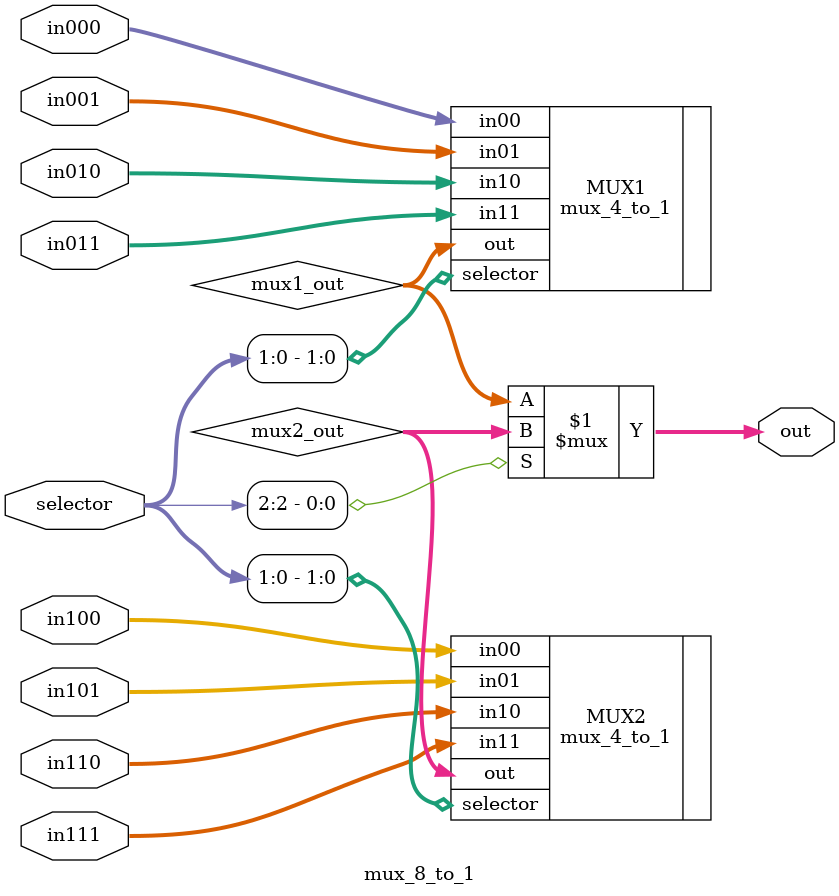
<source format=v>
`timescale 1ns / 1ps
`default_nettype none //helps catch typo-related bugs
module mux_8_to_1(selector, in000, in001, in010, in011, in100, in101, in110, in111, out);

	//parameter definitions
	parameter N = 32;

	//port definitions - customize for different bit widths
	input wire [2:0] selector;
	input wire [N-1:0] in000, in001, in010, in011, in100, in101, in110, in111;

	wire [N-1:0] mux1_out, mux2_out;

	output wire [N-1:0] out;

	mux_4_to_1 #(.N(N)) MUX1 (	.selector(selector[1:0]),
								.in00(in000),
								.in01(in001),
								.in10(in010),
								.in11(in011),
								.out(mux1_out));

	mux_4_to_1 #(.N(N)) MUX2 (	.selector(selector[1:0]),
								.in00(in100),
								.in01(in101),
								.in10(in110),
								.in11(in111),
								.out(mux2_out));

	assign out = selector[2] ? mux2_out : mux1_out;


endmodule
`default_nettype wire //some Xilinx IP requires that the default_nettype be set to wire

</source>
